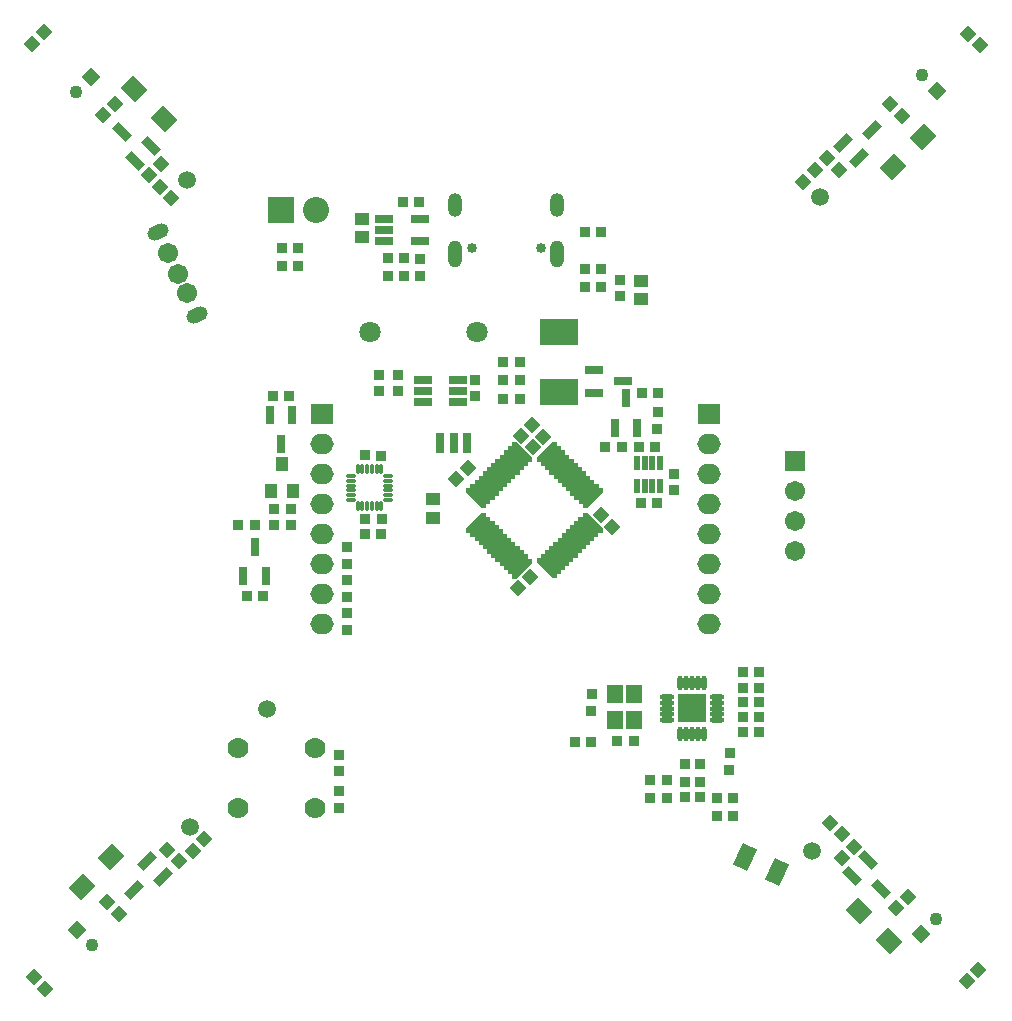
<source format=gts>
G04 Layer_Color=8388736*
%FSLAX25Y25*%
%MOIN*%
G70*
G01*
G75*
%ADD90R,0.03800X0.03800*%
%ADD91R,0.03800X0.03800*%
%ADD92P,0.05374X4X180.0*%
%ADD93R,0.02178X0.04737*%
%ADD94R,0.02178X0.04737*%
%ADD95R,0.03162X0.06312*%
%ADD96R,0.06312X0.03162*%
%ADD97R,0.06312X0.02965*%
G04:AMPARAMS|DCode=98|XSize=19.81mil|YSize=90.68mil|CornerRadius=0mil|HoleSize=0mil|Usage=FLASHONLY|Rotation=315.000|XOffset=0mil|YOffset=0mil|HoleType=Round|Shape=Round|*
%AMOVALD98*
21,1,0.07087,0.01981,0.00000,0.00000,45.0*
1,1,0.01981,-0.02506,-0.02506*
1,1,0.01981,0.02506,0.02506*
%
%ADD98OVALD98*%

G04:AMPARAMS|DCode=99|XSize=19.81mil|YSize=90.68mil|CornerRadius=0mil|HoleSize=0mil|Usage=FLASHONLY|Rotation=45.000|XOffset=0mil|YOffset=0mil|HoleType=Round|Shape=Round|*
%AMOVALD99*
21,1,0.07087,0.01981,0.00000,0.00000,135.0*
1,1,0.01981,0.02506,-0.02506*
1,1,0.01981,-0.02506,0.02506*
%
%ADD99OVALD99*%

%ADD100R,0.03162X0.06509*%
%ADD101O,0.01600X0.03200*%
%ADD102O,0.03200X0.01600*%
G04:AMPARAMS|DCode=103|XSize=67.06mil|YSize=59.18mil|CornerRadius=0mil|HoleSize=0mil|Usage=FLASHONLY|Rotation=225.000|XOffset=0mil|YOffset=0mil|HoleType=Round|Shape=Rectangle|*
%AMROTATEDRECTD103*
4,1,4,0.00278,0.04463,0.04463,0.00278,-0.00278,-0.04463,-0.04463,-0.00278,0.00278,0.04463,0.0*
%
%ADD103ROTATEDRECTD103*%

G04:AMPARAMS|DCode=104|XSize=31.62mil|YSize=63.12mil|CornerRadius=0mil|HoleSize=0mil|Usage=FLASHONLY|Rotation=315.000|XOffset=0mil|YOffset=0mil|HoleType=Round|Shape=Rectangle|*
%AMROTATEDRECTD104*
4,1,4,-0.03350,-0.01114,0.01114,0.03350,0.03350,0.01114,-0.01114,-0.03350,-0.03350,-0.01114,0.0*
%
%ADD104ROTATEDRECTD104*%

%ADD105P,0.05374X4X90.0*%
%ADD106R,0.04343X0.04540*%
%ADD107R,0.04343X0.04540*%
%ADD108R,0.04658X0.04461*%
%ADD109R,0.12611X0.08674*%
G04:AMPARAMS|DCode=110|XSize=31.62mil|YSize=63.12mil|CornerRadius=0mil|HoleSize=0mil|Usage=FLASHONLY|Rotation=225.000|XOffset=0mil|YOffset=0mil|HoleType=Round|Shape=Rectangle|*
%AMROTATEDRECTD110*
4,1,4,-0.01114,0.03350,0.03350,-0.01114,0.01114,-0.03350,-0.03350,0.01114,-0.01114,0.03350,0.0*
%
%ADD110ROTATEDRECTD110*%

G04:AMPARAMS|DCode=111|XSize=67.06mil|YSize=59.18mil|CornerRadius=0mil|HoleSize=0mil|Usage=FLASHONLY|Rotation=315.000|XOffset=0mil|YOffset=0mil|HoleType=Round|Shape=Rectangle|*
%AMROTATEDRECTD111*
4,1,4,-0.04463,0.00278,-0.00278,0.04463,0.04463,-0.00278,0.00278,-0.04463,-0.04463,0.00278,0.0*
%
%ADD111ROTATEDRECTD111*%

G04:AMPARAMS|DCode=112|XSize=52.49mil|YSize=78.87mil|CornerRadius=0mil|HoleSize=0mil|Usage=FLASHONLY|Rotation=335.000|XOffset=0mil|YOffset=0mil|HoleType=Round|Shape=Rectangle|*
%AMROTATEDRECTD112*
4,1,4,-0.04045,-0.02465,-0.00712,0.04683,0.04045,0.02465,0.00712,-0.04683,-0.04045,-0.02465,0.0*
%
%ADD112ROTATEDRECTD112*%

%ADD113R,0.03800X0.03300*%
%ADD114R,0.03300X0.03800*%
%ADD115R,0.05328X0.06312*%
%ADD116R,0.09700X0.09700*%
%ADD117O,0.04737X0.01784*%
%ADD118O,0.01784X0.04737*%
%ADD119C,0.06706*%
G04:AMPARAMS|DCode=120|XSize=47.37mil|YSize=74mil|CornerRadius=0mil|HoleSize=0mil|Usage=FLASHONLY|Rotation=295.000|XOffset=0mil|YOffset=0mil|HoleType=Round|Shape=Round|*
%AMOVALD120*
21,1,0.02663,0.04737,0.00000,0.00000,25.0*
1,1,0.04737,-0.01207,-0.00563*
1,1,0.04737,0.01207,0.00563*
%
%ADD120OVALD120*%

%ADD121O,0.04737X0.07887*%
%ADD122O,0.04737X0.09068*%
%ADD123C,0.03359*%
%ADD124C,0.04343*%
%ADD125P,0.06142X4X360.0*%
%ADD126C,0.05918*%
%ADD127C,0.07000*%
%ADD128C,0.07099*%
%ADD129R,0.08674X0.08674*%
%ADD130C,0.08674*%
%ADD131P,0.06142X4X270.0*%
%ADD132O,0.07800X0.06800*%
%ADD133R,0.07800X0.06800*%
%ADD134R,0.06706X0.06706*%
D90*
X576894Y434150D02*
D03*
X576900Y439600D02*
D03*
X571494Y454750D02*
D03*
X571500Y460200D02*
D03*
X510694Y465550D02*
D03*
X510700Y471000D02*
D03*
X485006Y472750D02*
D03*
X485000Y467300D02*
D03*
X478506Y472750D02*
D03*
X478500Y467300D02*
D03*
X467994Y409750D02*
D03*
X468000Y415200D02*
D03*
X467994Y398750D02*
D03*
X468000Y404200D02*
D03*
X467994Y387750D02*
D03*
X468000Y393200D02*
D03*
X465406Y345950D02*
D03*
X465400Y340500D02*
D03*
X465394Y328450D02*
D03*
X465400Y333900D02*
D03*
X559006Y504250D02*
D03*
X559000Y498800D02*
D03*
X492356Y505750D02*
D03*
X492362Y511200D02*
D03*
X595500Y346500D02*
D03*
X595494Y341050D02*
D03*
X549494Y360682D02*
D03*
X549500Y366131D02*
D03*
D91*
X565850Y430006D02*
D03*
X571300Y430000D02*
D03*
X565250Y448494D02*
D03*
X570700Y448487D02*
D03*
X571800Y466494D02*
D03*
X566350Y466500D02*
D03*
X520050Y464506D02*
D03*
X525500Y464500D02*
D03*
X520050Y471006D02*
D03*
X525500Y471000D02*
D03*
Y477000D02*
D03*
X520050Y477006D02*
D03*
X479450Y445794D02*
D03*
X474000Y445800D02*
D03*
X479537Y424494D02*
D03*
X474087Y424500D02*
D03*
X474037Y419506D02*
D03*
X479487Y419500D02*
D03*
X434650Y398806D02*
D03*
X440100Y398800D02*
D03*
X443750Y422506D02*
D03*
X449200Y422500D02*
D03*
X431750Y422506D02*
D03*
X437200Y422500D02*
D03*
X443750Y428006D02*
D03*
X449200Y428000D02*
D03*
X443250Y465584D02*
D03*
X448700Y465578D02*
D03*
X552750Y501994D02*
D03*
X547300Y502000D02*
D03*
X547250Y508006D02*
D03*
X552700Y508000D02*
D03*
X547173Y520406D02*
D03*
X552623Y520400D02*
D03*
X486612Y530306D02*
D03*
X492062Y530300D02*
D03*
X487112Y505494D02*
D03*
X481662Y505500D02*
D03*
X487112Y511494D02*
D03*
X481662Y511500D02*
D03*
X446250Y509006D02*
D03*
X451700Y509000D02*
D03*
X451750Y514994D02*
D03*
X446300Y515000D02*
D03*
X600000Y373500D02*
D03*
X605450Y373494D02*
D03*
X599991Y368443D02*
D03*
X605441Y368437D02*
D03*
X599991Y363506D02*
D03*
X605441Y363500D02*
D03*
X599991Y358506D02*
D03*
X605441Y358500D02*
D03*
X605490Y353494D02*
D03*
X600040Y353500D02*
D03*
X596650Y331520D02*
D03*
X591200Y331526D02*
D03*
X596750Y325494D02*
D03*
X591300Y325500D02*
D03*
X569050Y337506D02*
D03*
X574500Y337500D02*
D03*
X569050Y331506D02*
D03*
X574500Y331500D02*
D03*
X558050Y350506D02*
D03*
X563500Y350500D02*
D03*
X549350Y350294D02*
D03*
X543900Y350300D02*
D03*
X554050Y448506D02*
D03*
X559500Y448500D02*
D03*
D92*
X552560Y425949D02*
D03*
X556409Y422091D02*
D03*
X533440Y452051D02*
D03*
X529591Y455909D02*
D03*
X529940Y448551D02*
D03*
X526091Y452409D02*
D03*
X363560Y271949D02*
D03*
X367409Y268091D02*
D03*
X388060Y296949D02*
D03*
X391909Y293091D02*
D03*
X411940Y310551D02*
D03*
X408091Y314409D02*
D03*
X678940Y582551D02*
D03*
X675091Y586409D02*
D03*
X653000Y559000D02*
D03*
X649151Y562858D02*
D03*
X628060Y544949D02*
D03*
X631909Y541091D02*
D03*
X409440Y531551D02*
D03*
X405591Y535409D02*
D03*
X629060Y323449D02*
D03*
X632909Y319591D02*
D03*
D93*
X564661Y435545D02*
D03*
X567220D02*
D03*
X569779D02*
D03*
X572339Y435545D02*
D03*
X564661Y443429D02*
D03*
X567220D02*
D03*
X569779D02*
D03*
D94*
X572339D02*
D03*
D95*
X557260Y455000D02*
D03*
X564741D02*
D03*
X561001Y464898D02*
D03*
X433460Y405500D02*
D03*
X440941D02*
D03*
X437201Y415398D02*
D03*
X449741Y459397D02*
D03*
X442260D02*
D03*
X446000Y449500D02*
D03*
D96*
X550201Y474240D02*
D03*
Y466759D02*
D03*
X560098Y470499D02*
D03*
D97*
X505000Y463560D02*
D03*
Y467300D02*
D03*
Y471040D02*
D03*
X493189D02*
D03*
Y467300D02*
D03*
Y463560D02*
D03*
X480457Y517260D02*
D03*
Y524740D02*
D03*
Y521000D02*
D03*
X492268Y524740D02*
D03*
Y517260D02*
D03*
D98*
X534612Y446923D02*
D03*
X536004Y445531D02*
D03*
X537396Y444139D02*
D03*
X538788Y442747D02*
D03*
X540180Y441355D02*
D03*
X541572Y439963D02*
D03*
X542964Y438572D02*
D03*
X544355Y437180D02*
D03*
X545747Y435788D02*
D03*
X547139Y434396D02*
D03*
X548531Y433004D02*
D03*
X549923Y431612D02*
D03*
X526388Y408077D02*
D03*
X524996Y409469D02*
D03*
X523604Y410861D02*
D03*
X522212Y412253D02*
D03*
X520820Y413645D02*
D03*
X519428Y415036D02*
D03*
X518037Y416429D02*
D03*
X516645Y417820D02*
D03*
X515253Y419212D02*
D03*
X513861Y420604D02*
D03*
X512469Y421996D02*
D03*
X511077Y423388D02*
D03*
D99*
X549853Y423459D02*
D03*
X548460Y422067D02*
D03*
X547069Y420675D02*
D03*
X545677Y419283D02*
D03*
X544285Y417891D02*
D03*
X542893Y416499D02*
D03*
X541501Y415107D02*
D03*
X540109Y413715D02*
D03*
X538717Y412323D02*
D03*
X537325Y410931D02*
D03*
X535933Y409540D02*
D03*
X534541Y408148D02*
D03*
X511077Y431612D02*
D03*
X512469Y433004D02*
D03*
X513861Y434396D02*
D03*
X515253Y435788D02*
D03*
X516645Y437180D02*
D03*
X518037Y438572D02*
D03*
X519428Y439963D02*
D03*
X520820Y441355D02*
D03*
X522212Y442747D02*
D03*
X523604Y444139D02*
D03*
X524996Y445531D02*
D03*
X526388Y446923D02*
D03*
D100*
X503500Y449900D02*
D03*
X508100D02*
D03*
X498900D02*
D03*
D101*
X471563Y428799D02*
D03*
X473138D02*
D03*
X474713D02*
D03*
X476287D02*
D03*
X477862D02*
D03*
X479437D02*
D03*
Y441201D02*
D03*
X477862D02*
D03*
X476287D02*
D03*
X474713D02*
D03*
X473138D02*
D03*
X471563D02*
D03*
D102*
X481701Y431063D02*
D03*
Y432638D02*
D03*
Y434213D02*
D03*
Y435787D02*
D03*
Y437362D02*
D03*
Y438937D02*
D03*
X469299D02*
D03*
Y437362D02*
D03*
Y435787D02*
D03*
Y434213D02*
D03*
Y432638D02*
D03*
Y431063D02*
D03*
D103*
X389400Y311936D02*
D03*
X379500Y302036D02*
D03*
X650101Y542100D02*
D03*
X660000Y552000D02*
D03*
D104*
X406740Y305391D02*
D03*
X401450Y310680D02*
D03*
X397096Y301037D02*
D03*
X633320Y550109D02*
D03*
X638610Y544820D02*
D03*
X642964Y554463D02*
D03*
D105*
X420449Y317940D02*
D03*
X416591Y314091D02*
D03*
X620051Y537060D02*
D03*
X623909Y540909D02*
D03*
X402051Y539151D02*
D03*
X405909Y543000D02*
D03*
X390500Y563000D02*
D03*
X386642Y559151D02*
D03*
X363051Y583060D02*
D03*
X366909Y586909D02*
D03*
X528949Y405440D02*
D03*
X525091Y401591D02*
D03*
X636949Y315440D02*
D03*
X633091Y311591D02*
D03*
X651051Y294808D02*
D03*
X654909Y298657D02*
D03*
X678449Y274440D02*
D03*
X674591Y270591D02*
D03*
X508249Y441740D02*
D03*
X504391Y437891D02*
D03*
D106*
X442510Y433874D02*
D03*
X446250Y443126D02*
D03*
D107*
X449990Y433874D02*
D03*
D108*
X565900Y503932D02*
D03*
Y497868D02*
D03*
X472962Y518569D02*
D03*
Y524632D02*
D03*
X496700Y425069D02*
D03*
Y431132D02*
D03*
D109*
X538500Y467000D02*
D03*
Y487000D02*
D03*
D110*
X397391Y543820D02*
D03*
X402680Y549110D02*
D03*
X393037Y553464D02*
D03*
X641609Y310927D02*
D03*
X636320Y305638D02*
D03*
X645963Y301284D02*
D03*
D111*
X638600Y293899D02*
D03*
X648500Y284000D02*
D03*
X407000Y558000D02*
D03*
X397100Y567900D02*
D03*
D112*
X611316Y307021D02*
D03*
X600683Y311979D02*
D03*
D113*
X585500Y343000D02*
D03*
X580500D02*
D03*
D114*
Y332000D02*
D03*
Y337000D02*
D03*
X585500Y332000D02*
D03*
Y337000D02*
D03*
D115*
X563500Y357500D02*
D03*
X557201Y366161D02*
D03*
X563500D02*
D03*
X557201Y357500D02*
D03*
D116*
X583000Y361500D02*
D03*
D117*
X591400Y365400D02*
D03*
Y363432D02*
D03*
Y361463D02*
D03*
Y359494D02*
D03*
Y357526D02*
D03*
X574526D02*
D03*
Y359494D02*
D03*
Y361463D02*
D03*
Y363432D02*
D03*
Y365400D02*
D03*
D118*
X586900Y353026D02*
D03*
X584932D02*
D03*
X582963D02*
D03*
X580995D02*
D03*
X579026D02*
D03*
Y369900D02*
D03*
X580995D02*
D03*
X582963D02*
D03*
X584932D02*
D03*
X586900D02*
D03*
D119*
X408372Y513141D02*
D03*
X411542Y506344D02*
D03*
X414500Y500000D02*
D03*
X617200Y413800D02*
D03*
Y423800D02*
D03*
Y433800D02*
D03*
D120*
X404991Y520392D02*
D03*
X417881Y492750D02*
D03*
D121*
X538130Y529370D02*
D03*
X504114D02*
D03*
D122*
X538130Y513031D02*
D03*
X504114D02*
D03*
D123*
X532500Y515000D02*
D03*
X509744D02*
D03*
D124*
X382966Y282534D02*
D03*
X659534Y572466D02*
D03*
X377534Y567034D02*
D03*
X664466Y291213D02*
D03*
D125*
X377963Y287537D02*
D03*
X664537Y567463D02*
D03*
D126*
X415500Y322000D02*
D03*
X441200Y361300D02*
D03*
X625500Y532000D02*
D03*
X414500Y537500D02*
D03*
X623000Y314000D02*
D03*
D127*
X457200Y328400D02*
D03*
X431609D02*
D03*
X457200Y348400D02*
D03*
X431609D02*
D03*
D128*
X511216Y487000D02*
D03*
X475783D02*
D03*
D129*
X446000Y527500D02*
D03*
D130*
X457811D02*
D03*
D131*
X382537Y572037D02*
D03*
X659463Y286211D02*
D03*
D132*
X459500Y399500D02*
D03*
Y419500D02*
D03*
Y429500D02*
D03*
Y439500D02*
D03*
Y449500D02*
D03*
Y409500D02*
D03*
Y389500D02*
D03*
X588500Y399500D02*
D03*
Y419500D02*
D03*
Y429500D02*
D03*
Y439500D02*
D03*
Y449500D02*
D03*
Y409500D02*
D03*
Y389500D02*
D03*
D133*
X459500Y459500D02*
D03*
X588500D02*
D03*
D134*
X617200Y443800D02*
D03*
M02*

</source>
